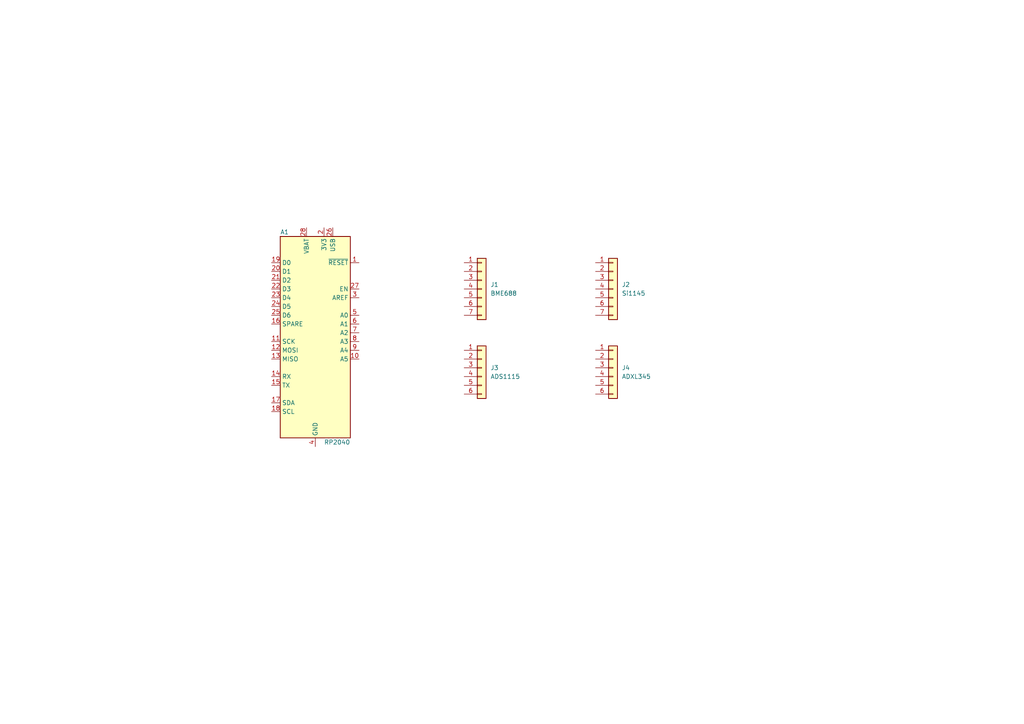
<source format=kicad_sch>
(kicad_sch (version 20211123) (generator eeschema)
  (paper "A4")
  (lib_symbols
    (symbol "Connector_Generic:Conn_01x06" (pin_names (offset 1.016) hide)
      (property "Reference" "J" (at 0 7.62 0))
      (property "Value" "Conn_01x06" (at 0 -10.16 0))
      (symbol "Conn_01x06_1_1"
        (rectangle (start -1.27 -7.493) (end 0 -7.747) (stroke (width 0.1524)))
        (rectangle (start -1.27 -4.953) (end 0 -5.207) (stroke (width 0.1524)))
        (rectangle (start -1.27 -2.413) (end 0 -2.667) (stroke (width 0.1524)))
        (rectangle (start -1.27 0.127) (end 0 -0.127) (stroke (width 0.1524)))
        (rectangle (start -1.27 2.667) (end 0 2.413) (stroke (width 0.1524)))
        (rectangle (start -1.27 5.207) (end 0 4.953) (stroke (width 0.1524)))
        (rectangle (start -1.27 6.35) (end 1.27 -8.89) (stroke (width 0.254)) (fill (type background)))
        (pin passive line (at -5.08 5.08 0) (length 3.81) (name "Pin_1") (number "1"))
        (pin passive line (at -5.08 2.54 0) (length 3.81) (name "Pin_2") (number "2"))
        (pin passive line (at -5.08 0 0) (length 3.81) (name "Pin_3") (number "3"))
        (pin passive line (at -5.08 -2.54 0) (length 3.81) (name "Pin_4") (number "4"))
        (pin passive line (at -5.08 -5.08 0) (length 3.81) (name "Pin_5") (number "5"))
        (pin passive line (at -5.08 -7.62 0) (length 3.81) (name "Pin_6") (number "6"))
      )
    )
    (symbol "Connector_Generic:Conn_01x07" (pin_names (offset 1.016) hide)
      (property "Reference" "J" (at 0 10.16 0))
      (property "Value" "Conn_01x07" (at 0 -10.16 0))
      (symbol "Conn_01x07_1_1"
        (rectangle (start -1.27 -7.493) (end 0 -7.747) (stroke (width 0.1524)))
        (rectangle (start -1.27 -4.953) (end 0 -5.207) (stroke (width 0.1524)))
        (rectangle (start -1.27 -2.413) (end 0 -2.667) (stroke (width 0.1524)))
        (rectangle (start -1.27 0.127) (end 0 -0.127) (stroke (width 0.1524)))
        (rectangle (start -1.27 2.667) (end 0 2.413) (stroke (width 0.1524)))
        (rectangle (start -1.27 5.207) (end 0 4.953) (stroke (width 0.1524)))
        (rectangle (start -1.27 7.747) (end 0 7.493) (stroke (width 0.1524)))
        (rectangle (start -1.27 8.89) (end 1.27 -8.89) (stroke (width 0.254)) (fill (type background)))
        (pin passive line (at -5.08 7.62 0) (length 3.81) (name "Pin_1") (number "1"))
        (pin passive line (at -5.08 5.08 0) (length 3.81) (name "Pin_2") (number "2"))
        (pin passive line (at -5.08 2.54 0) (length 3.81) (name "Pin_3") (number "3"))
        (pin passive line (at -5.08 0 0) (length 3.81) (name "Pin_4") (number "4"))
        (pin passive line (at -5.08 -2.54 0) (length 3.81) (name "Pin_5") (number "5"))
        (pin passive line (at -5.08 -5.08 0) (length 3.81) (name "Pin_6") (number "6"))
        (pin passive line (at -5.08 -7.62 0) (length 3.81) (name "Pin_7") (number "7"))
      )
    )
    (symbol "MCU_Module:Adafruit_Feather_Generic"
      (property "Reference" "A" (at -10.16 29.21 0))
      (property "Value" "Adafruit_Feather_Generic" (at 2.54 -31.75 0))
      (symbol "Adafruit_Feather_Generic_0_1"
        (rectangle (start -10.16 27.94) (end 10.16 -30.48) (stroke (width 0.254)) (fill (type background)))
      )
      (symbol "Adafruit_Feather_Generic_1_1"
        (pin input line (at 12.7 20.32 180) (length 2.54) (name "~{RESET}") (number "1"))
        (pin bidirectional line (at 12.7 -7.62 180) (length 2.54) (name "A5") (number "10"))
        (pin bidirectional line (at -12.7 -2.54 0) (length 2.54) (name "SCK") (number "11"))
        (pin bidirectional line (at -12.7 -5.08 0) (length 2.54) (name "MOSI") (number "12"))
        (pin bidirectional line (at -12.7 -7.62 0) (length 2.54) (name "MISO") (number "13"))
        (pin bidirectional line (at -12.7 -12.7 0) (length 2.54) (name "RX") (number "14"))
        (pin bidirectional line (at -12.7 -15.24 0) (length 2.54) (name "TX") (number "15"))
        (pin bidirectional line (at -12.7 2.54 0) (length 2.54) (name "SPARE") (number "16"))
        (pin bidirectional line (at -12.7 -20.32 0) (length 2.54) (name "SDA") (number "17"))
        (pin bidirectional line (at -12.7 -22.86 0) (length 2.54) (name "SCL") (number "18"))
        (pin bidirectional line (at -12.7 20.32 0) (length 2.54) (name "D0") (number "19"))
        (pin power_in line (at 2.54 30.48 270) (length 2.54) (name "3V3") (number "2"))
        (pin bidirectional line (at -12.7 17.78 0) (length 2.54) (name "D1") (number "20"))
        (pin bidirectional line (at -12.7 15.24 0) (length 2.54) (name "D2") (number "21"))
        (pin bidirectional line (at -12.7 12.7 0) (length 2.54) (name "D3") (number "22"))
        (pin bidirectional line (at -12.7 10.16 0) (length 2.54) (name "D4") (number "23"))
        (pin bidirectional line (at -12.7 7.62 0) (length 2.54) (name "D5") (number "24"))
        (pin bidirectional line (at -12.7 5.08 0) (length 2.54) (name "D6") (number "25"))
        (pin power_in line (at 5.08 30.48 270) (length 2.54) (name "USB") (number "26"))
        (pin input line (at 12.7 12.7 180) (length 2.54) (name "EN") (number "27"))
        (pin power_in line (at -2.54 30.48 270) (length 2.54) (name "VBAT") (number "28"))
        (pin input line (at 12.7 10.16 180) (length 2.54) (name "AREF") (number "3"))
        (pin power_in line (at 0 -33.02 90) (length 2.54) (name "GND") (number "4"))
        (pin bidirectional line (at 12.7 5.08 180) (length 2.54) (name "A0") (number "5"))
        (pin bidirectional line (at 12.7 2.54 180) (length 2.54) (name "A1") (number "6"))
        (pin bidirectional line (at 12.7 0 180) (length 2.54) (name "A2") (number "7"))
        (pin bidirectional line (at 12.7 -2.54 180) (length 2.54) (name "A3") (number "8"))
        (pin bidirectional line (at 12.7 -5.08 180) (length 2.54) (name "A4") (number "9"))
      )
    )
  )
  (symbol (lib_id "Connector_Generic:Conn_01x07") (at 139.7 83.82 0) (unit 1)
    (property "Reference" "J1" (at 142.24 82.5499 0) (effects (justify left)))
    (property "Value" "BME688" (at 142.24 85.0899 0) (effects (justify left)))
  )
  (symbol (lib_id "Connector_Generic:Conn_01x07") (at 177.8 83.82 0) (unit 1)
    (property "Reference" "J2" (at 180.34 82.5499 0) (effects (justify left)))
    (property "Value" "Si1145" (at 180.34 85.0899 0) (effects (justify left)))
  )
  (symbol (lib_id "MCU_Module:Adafruit_Feather_Generic") (at 91.44 96.52 0) (unit 1)
    (property "Reference" "A1" (at 81.28 67.31 0) (effects (justify left)))
    (property "Value" "RP2040" (at 93.98 128.27 0) (effects (justify left)))
    (property "Footprint" "Module:Adafruit_Feather" (effects hide))
    (property "Datasheet" "https://cdn-learn.adafruit.com/downloads/pdf/adafruit-feather.pdf" (effects hide))
  )
  (symbol (lib_id "Connector_Generic:Conn_01x06") (at 139.7 106.68 0) (unit 1)
    (property "Reference" "J3" (at 142.24 106.6799 0) (effects (justify left)))
    (property "Value" "ADS1115" (at 142.24 109.2199 0) (effects (justify left)))
  )
  (symbol (lib_id "Connector_Generic:Conn_01x06") (at 177.8 106.68 0) (unit 1)
    (property "Reference" "J4" (at 180.34 106.6799 0) (effects (justify left)))
    (property "Value" "ADXL345" (at 180.34 109.2199 0) (effects (justify left)))
  )
)
</source>
